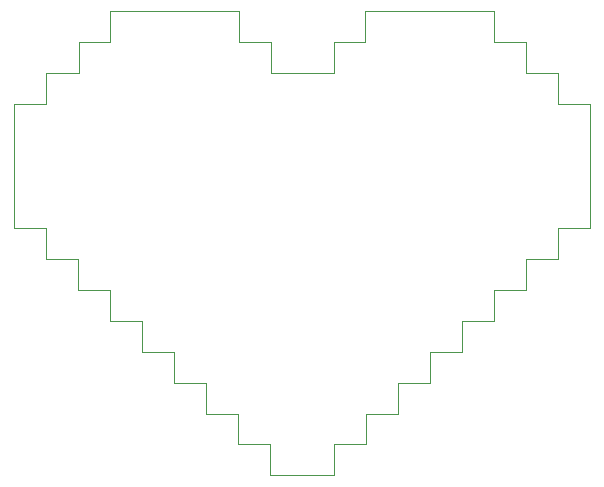
<source format=gbr>
%TF.GenerationSoftware,KiCad,Pcbnew,9.0.7*%
%TF.CreationDate,2026-01-11T09:41:47+01:00*%
%TF.ProjectId,heartbeatTHT,68656172-7462-4656-9174-5448542e6b69,rev?*%
%TF.SameCoordinates,Original*%
%TF.FileFunction,Profile,NP*%
%FSLAX46Y46*%
G04 Gerber Fmt 4.6, Leading zero omitted, Abs format (unit mm)*
G04 Created by KiCad (PCBNEW 9.0.7) date 2026-01-11 09:41:47*
%MOMM*%
%LPD*%
G01*
G04 APERTURE LIST*
%TA.AperFunction,Profile*%
%ADD10C,0.000010*%
%TD*%
G04 APERTURE END LIST*
D10*
%TO.C,heart*%
X147521701Y-71022808D02*
X150223843Y-71022808D01*
X150223843Y-73638067D01*
X155553193Y-73638067D01*
X155553193Y-71022808D01*
X158255342Y-71022808D01*
X158255342Y-68407547D01*
X169136585Y-68407547D01*
X169136585Y-71022808D01*
X171838661Y-71022808D01*
X171838661Y-73638067D01*
X174540812Y-73638067D01*
X174543132Y-73638067D01*
X174543132Y-76253325D01*
X177245275Y-76253325D01*
X177245275Y-86784432D01*
X174543132Y-86784432D01*
X174543132Y-89399690D01*
X171840989Y-89399690D01*
X171840989Y-92014949D01*
X169138845Y-92014949D01*
X169138845Y-94630208D01*
X166436699Y-94630208D01*
X166436699Y-97245467D01*
X163734556Y-97245467D01*
X163734556Y-99860724D01*
X161032415Y-99860724D01*
X161032415Y-102475985D01*
X158330271Y-102475985D01*
X158330271Y-105091243D01*
X155628123Y-105091243D01*
X155628123Y-107706503D01*
X150151257Y-107706503D01*
X150151257Y-105091243D01*
X147449109Y-105091243D01*
X147449109Y-102475985D01*
X144746968Y-102475985D01*
X144746968Y-99860724D01*
X142044824Y-99860724D01*
X142044824Y-97245467D01*
X139342684Y-97245467D01*
X139342684Y-94630208D01*
X136640535Y-94630208D01*
X136640535Y-92014949D01*
X133938391Y-92014949D01*
X133938391Y-89399690D01*
X131236248Y-89399690D01*
X131236248Y-86784432D01*
X128534107Y-86784432D01*
X128534107Y-76253325D01*
X131236248Y-76253325D01*
X131236248Y-73638067D01*
X134010978Y-73638067D01*
X134010978Y-71022808D01*
X136640535Y-71022808D01*
X136640535Y-68407547D01*
X147521701Y-68407547D01*
X147521701Y-71022808D01*
%TD*%
M02*

</source>
